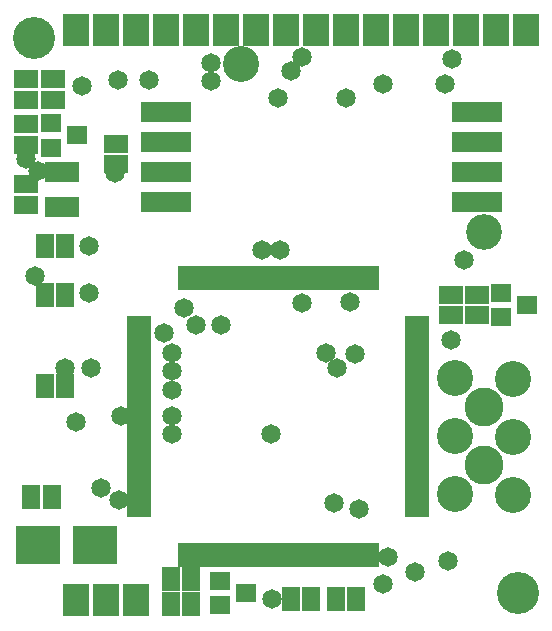
<source format=gbr>
%FSLAX23Y23*%
%MOIN*%
G04 EasyPC Gerber Version 13.0.2 Build 2807 *
%ADD80R,0.04000X0.07000*%
%ADD82R,0.04362X0.08299*%
%ADD76R,0.06000X0.08000*%
%ADD83R,0.08299X0.04362*%
%ADD29R,0.09000X0.10500*%
%ADD79R,0.06800X0.06000*%
%ADD78R,0.08000X0.06000*%
%ADD73R,0.17000X0.07000*%
%ADD84C,0.06500*%
%ADD75C,0.11900*%
%ADD74C,0.12000*%
%ADD81C,0.13000*%
%ADD72C,0.14000*%
%ADD77R,0.15000X0.13000*%
X0Y0D02*
D02*
D29*
X17240Y18958D03*
X17240Y17058D03*
X17340D03*
X17340Y18958D03*
X17440D03*
X17440Y17058D03*
X17540Y18958D03*
X17640D03*
X17740D03*
X17840D03*
X17940D03*
X18040D03*
X18140D03*
X18240D03*
X18340D03*
X18440D03*
X18540D03*
X18640D03*
X18740D03*
D02*
D72*
X17102Y18933D03*
X18715Y17083D03*
D02*
D73*
X17540Y18387D03*
Y18487D03*
Y18587D03*
Y18687D03*
X18578Y18387D03*
Y18487D03*
Y18587D03*
Y18687D03*
D02*
D74*
X17791Y18844D03*
X18506Y17411D03*
Y17605D03*
D03*
Y17798D03*
X18698Y17410D03*
Y17603D03*
D03*
Y17797D03*
D02*
D75*
X18603Y18287D03*
D02*
D76*
X17093Y17403D03*
X17138Y18238D03*
X17138Y17772D03*
Y18077D03*
X17161Y17403D03*
X17206Y18238D03*
X17206Y17772D03*
Y18077D03*
X17558Y17046D03*
Y17128D03*
X17626Y17046D03*
Y17128D03*
X17958Y17062D03*
X18026D03*
X18108Y17063D03*
X18176D03*
D02*
D77*
X17115Y17243D03*
X17305D03*
D02*
D78*
X17075Y18376D03*
Y18444D03*
Y18576D03*
Y18644D03*
X17076Y18726D03*
Y18794D03*
X17164Y18726D03*
Y18794D03*
X17375Y18511D03*
Y18579D03*
X18490Y18008D03*
Y18077D03*
X18578Y18008D03*
Y18077D03*
D02*
D79*
X17159Y18567D03*
Y18648D03*
X17246Y18608D03*
X17722Y17043D03*
Y17123D03*
X17809Y17083D03*
X18659Y18002D03*
Y18082D03*
X18746Y18042D03*
D02*
D80*
X17157Y18370D03*
Y18485D03*
X17193Y18370D03*
X17193Y18485D03*
X17232Y18370D03*
Y18485D03*
D02*
D81*
X18602Y17508D03*
Y17701D03*
D02*
D82*
X17601Y17208D03*
Y18133D03*
X17640Y17208D03*
X17640Y18133D03*
X17680Y17208D03*
X17680Y18133D03*
X17719Y17208D03*
X17719Y18133D03*
X17758Y17208D03*
X17758Y18133D03*
X17798Y17208D03*
X17798Y18133D03*
X17837Y17208D03*
X17837Y18133D03*
X17876Y17208D03*
X17876Y18133D03*
X17916Y17208D03*
X17916Y18133D03*
X17955Y17208D03*
X17955Y18133D03*
X17994Y17208D03*
X17995Y18133D03*
X18034Y17208D03*
X18034Y18133D03*
X18073Y17208D03*
X18073Y18133D03*
X18113Y17208D03*
X18113Y18133D03*
X18152Y17208D03*
X18152Y18133D03*
X18191Y17208D03*
Y18133D03*
X18231Y17208D03*
X18231Y18133D03*
D02*
D83*
X17453Y17356D03*
Y17395D03*
Y17513D03*
Y17553D03*
Y17592D03*
Y17631D03*
Y17671D03*
Y17710D03*
Y17749D03*
Y17789D03*
Y17828D03*
Y17868D03*
Y17907D03*
Y17946D03*
Y17986D03*
X17453Y17434D03*
Y17474D03*
X18378Y17868D03*
Y17907D03*
X18378Y17356D03*
Y17395D03*
Y17434D03*
Y17474D03*
Y17513D03*
Y17553D03*
Y17592D03*
Y17631D03*
Y17671D03*
Y17710D03*
Y17749D03*
Y17789D03*
Y17828D03*
Y17946D03*
Y17986D03*
D02*
D84*
X17075Y18528D03*
X17105Y18138D03*
X17115Y18488D03*
X17205Y17833D03*
X17240Y17653D03*
X17260Y18773D03*
X17285Y18083D03*
Y18238D03*
X17290Y17833D03*
X17325Y17433D03*
X17370Y18483D03*
X17380Y18793D03*
X17385Y17392D03*
X17390Y17673D03*
X17485Y18793D03*
X17535Y17948D03*
X17560Y17613D03*
Y17673D03*
Y17758D03*
Y17823D03*
Y17883D03*
X17600Y18033D03*
X17640Y17977D03*
X17690Y18788D03*
Y18848D03*
X17725Y17977D03*
X17860Y18227D03*
X17890Y17613D03*
X17895Y17063D03*
X17915Y18733D03*
X17920Y18227D03*
X17957Y18822D03*
X17995Y18048D03*
Y18868D03*
X18075Y17883D03*
X18100Y17383D03*
X18110Y17833D03*
X18140Y18733D03*
X18155Y18052D03*
X18170Y17878D03*
X18185Y17363D03*
X18265Y17113D03*
Y18778D03*
X18280Y17203D03*
X18370Y17153D03*
X18470Y18778D03*
X18480Y17188D03*
X18490Y17927D03*
X18495Y18863D03*
X18535Y18192D03*
X0Y0D02*
M02*

</source>
